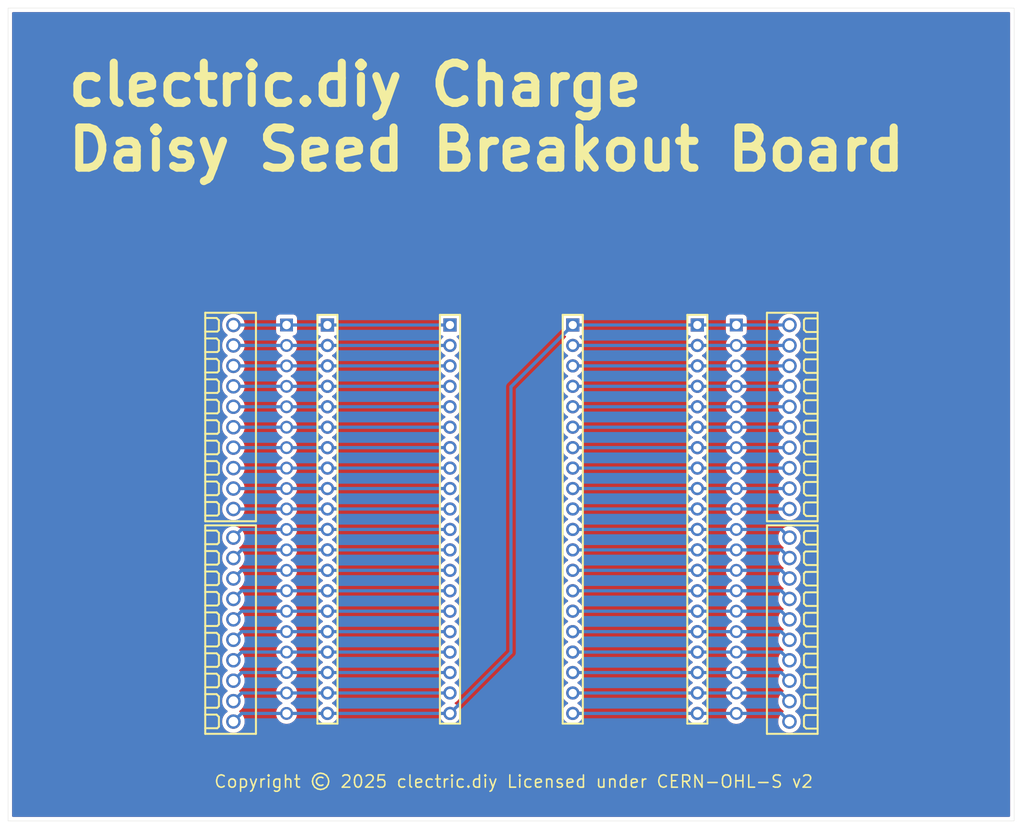
<source format=kicad_pcb>
(kicad_pcb (version 20241229) (generator "pcbnew") (generator_version "9.0")
  (title_block (title "Charge Seed Breakout") (date "2025-10-11") (rev "v0.1") (company "Copyright © 2025 clectric.diy Licensed under CERN-OHL-S v2") (comment 1 "Charles H. Leggett"))
  (layers (0 "F.Cu" signal "Front") (2 "B.Cu" signal "Back") (13 "F.Paste" user) (15 "B.Paste" user) (5 "F.SilkS" user "F.Silkscreen") (7 "B.SilkS" user "B.Silkscreen") (1 "F.Mask" user) (3 "B.Mask" user) (25 "Edge.Cuts" user))
  (net 0 "")
  (net 1 "AGND")
  (net 2 "D2")
  (net 3 "D3")
  (net 4 "D5")
  (net 5 "D6")
  (net 6 "D0")
  (net 7 "D4")
  (net 8 "D9")
  (net 9 "D1")
  (net 10 "D8")
  (net 11 "D7")
  (net 12 "D10")
  (net 13 "D14")
  (net 14 "D12")
  (net 15 "D11")
  (net 16 "D13")
  (net 17 "OUT_0_SIZE")
  (net 18 "IN_1_SIZE")
  (net 19 "IN_0_SIZE")
  (net 20 "OUT_1_SIZE")
  (net 21 "A10{slash}D25")
  (net 22 "D27")
  (net 23 "D30")
  (net 24 "VIN")
  (net 25 "D29")
  (net 26 "A9{slash}D24")
  (net 27 "A11{slash}D28")
  (net 28 "D26")
  (net 29 "3V3_DIGITAL")
  (net 30 "A7{slash}D22")
  (net 31 "A4{slash}D19")
  (net 32 "A1{slash}D16")
  (net 33 "A5{slash}D20")
  (net 34 "A2{slash}D17")
  (net 35 "A8{slash}D23")
  (net 36 "A6{slash}D21")
  (net 37 "3V3_ANALOG")
  (net 38 "A3{slash}D18")
  (net 39 "A0{slash}D15")
  (footprint "easyeda2kicad:HDR-TH_20P-P2.54-V-F-2" (layer "F.Cu") (at 127.058637 101.517679 -90)
    (property "Reference" "U8" (hide yes))
    (property "Value" "2541FV-20P-B" (hide yes))
    (pad "1" thru_hole rect (at -24.13 0 270) (size 1.65 1.65) (drill 1.020013) (layers "*.Cu" "*.Mask") (net 1 "AGND"))
    (pad "2" thru_hole circle (at -21.59 0 270) (size 1.65 1.65) (drill 1.020013) (layers "*.Cu" "*.Mask") (net 20 "OUT_1_SIZE"))
    (pad "3" thru_hole circle (at -19.05 0 270) (size 1.65 1.65) (drill 1.020013) (layers "*.Cu" "*.Mask") (net 17 "OUT_0_SIZE"))
    (pad "4" thru_hole circle (at -16.51 0 270) (size 1.65 1.65) (drill 1.020013) (layers "*.Cu" "*.Mask") (net 18 "IN_1_SIZE"))
    (pad "5" thru_hole circle (at -13.97 0 270) (size 1.65 1.65) (drill 1.020013) (layers "*.Cu" "*.Mask") (net 19 "IN_0_SIZE"))
    (pad "6" thru_hole circle (at -11.43 0 270) (size 1.65 1.65) (drill 1.020013) (layers "*.Cu" "*.Mask") (net 13 "D14"))
    (pad "7" thru_hole circle (at -8.89 0 270) (size 1.65 1.65) (drill 1.020013) (layers "*.Cu" "*.Mask") (net 16 "D13"))
    (pad "8" thru_hole circle (at -6.35 0 270) (size 1.65 1.65) (drill 1.020013) (layers "*.Cu" "*.Mask") (net 14 "D12"))
    (pad "9" thru_hole circle (at -3.81 0 270) (size 1.65 1.65) (drill 1.020013) (layers "*.Cu" "*.Mask") (net 15 "D11"))
    (pad "10" thru_hole circle (at -1.27 0 270) (size 1.65 1.65) (drill 1.020013) (layers "*.Cu" "*.Mask") (net 12 "D10"))
    (pad "11" thru_hole circle (at 1.27 0 270) (size 1.65 1.65) (drill 1.020013) (layers "*.Cu" "*.Mask") (net 8 "D9"))
    (pad "12" thru_hole circle (at 3.81 0 270) (size 1.65 1.65) (drill 1.020013) (layers "*.Cu" "*.Mask") (net 10 "D8"))
    (pad "13" thru_hole circle (at 6.35 0 270) (size 1.65 1.65) (drill 1.020013) (layers "*.Cu" "*.Mask") (net 11 "D7"))
    (pad "14" thru_hole circle (at 8.89 0 270) (size 1.65 1.65) (drill 1.020013) (layers "*.Cu" "*.Mask") (net 5 "D6"))
    (pad "15" thru_hole circle (at 11.43 0 270) (size 1.65 1.65) (drill 1.020013) (layers "*.Cu" "*.Mask") (net 4 "D5"))
    (pad "16" thru_hole circle (at 13.97 0 270) (size 1.65 1.65) (drill 1.020013) (layers "*.Cu" "*.Mask") (net 7 "D4"))
    (pad "17" thru_hole circle (at 16.51 0 270) (size 1.65 1.65) (drill 1.020013) (layers "*.Cu" "*.Mask") (net 3 "D3"))
    (pad "18" thru_hole circle (at 19.05 0 270) (size 1.65 1.65) (drill 1.020013) (layers "*.Cu" "*.Mask") (net 2 "D2"))
    (pad "19" thru_hole circle (at 21.59 0 270) (size 1.65 1.65) (drill 1.020013) (layers "*.Cu" "*.Mask") (net 9 "D1"))
    (pad "20" thru_hole circle (at 24.13 0 270) (size 1.65 1.65) (drill 1.020013) (layers "*.Cu" "*.Mask") (net 6 "D0"))
  )
  (footprint "easyeda2kicad:HDR-TH_20P-P2.54-V-F-2" (layer "F.Cu") (at 142.538637 101.517679 -90)
    (property "Reference" "U7" (hide yes))
    (property "Value" "2541FV-20P-B" (hide yes))
    (pad "1" thru_hole rect (at -24.13 0 270) (size 1.65 1.65) (drill 1.020013) (layers "*.Cu" "*.Mask") (net 1 "AGND"))
    (pad "2" thru_hole circle (at -21.59 0 270) (size 1.65 1.65) (drill 1.020013) (layers "*.Cu" "*.Mask") (net 20 "OUT_1_SIZE"))
    (pad "3" thru_hole circle (at -19.05 0 270) (size 1.65 1.65) (drill 1.020013) (layers "*.Cu" "*.Mask") (net 17 "OUT_0_SIZE"))
    (pad "4" thru_hole circle (at -16.51 0 270) (size 1.65 1.65) (drill 1.020013) (layers "*.Cu" "*.Mask") (net 18 "IN_1_SIZE"))
    (pad "5" thru_hole circle (at -13.97 0 270) (size 1.65 1.65) (drill 1.020013) (layers "*.Cu" "*.Mask") (net 19 "IN_0_SIZE"))
    (pad "6" thru_hole circle (at -11.43 0 270) (size 1.65 1.65) (drill 1.020013) (layers "*.Cu" "*.Mask") (net 13 "D14"))
    (pad "7" thru_hole circle (at -8.89 0 270) (size 1.65 1.65) (drill 1.020013) (layers "*.Cu" "*.Mask") (net 16 "D13"))
    (pad "8" thru_hole circle (at -6.35 0 270) (size 1.65 1.65) (drill 1.020013) (layers "*.Cu" "*.Mask") (net 14 "D12"))
    (pad "9" thru_hole circle (at -3.81 0 270) (size 1.65 1.65) (drill 1.020013) (layers "*.Cu" "*.Mask") (net 15 "D11"))
    (pad "10" thru_hole circle (at -1.27 0 270) (size 1.65 1.65) (drill 1.020013) (layers "*.Cu" "*.Mask") (net 12 "D10"))
    (pad "11" thru_hole circle (at 1.27 0 270) (size 1.65 1.65) (drill 1.020013) (layers "*.Cu" "*.Mask") (net 8 "D9"))
    (pad "12" thru_hole circle (at 3.81 0 270) (size 1.65 1.65) (drill 1.020013) (layers "*.Cu" "*.Mask") (net 10 "D8"))
    (pad "13" thru_hole circle (at 6.35 0 270) (size 1.65 1.65) (drill 1.020013) (layers "*.Cu" "*.Mask") (net 11 "D7"))
    (pad "14" thru_hole circle (at 8.89 0 270) (size 1.65 1.65) (drill 1.020013) (layers "*.Cu" "*.Mask") (net 5 "D6"))
    (pad "15" thru_hole circle (at 11.43 0 270) (size 1.65 1.65) (drill 1.020013) (layers "*.Cu" "*.Mask") (net 4 "D5"))
    (pad "16" thru_hole circle (at 13.97 0 270) (size 1.65 1.65) (drill 1.020013) (layers "*.Cu" "*.Mask") (net 7 "D4"))
    (pad "17" thru_hole circle (at 16.51 0 270) (size 1.65 1.65) (drill 1.020013) (layers "*.Cu" "*.Mask") (net 3 "D3"))
    (pad "18" thru_hole circle (at 19.05 0 270) (size 1.65 1.65) (drill 1.020013) (layers "*.Cu" "*.Mask") (net 2 "D2"))
    (pad "19" thru_hole circle (at 21.59 0 270) (size 1.65 1.65) (drill 1.020013) (layers "*.Cu" "*.Mask") (net 9 "D1"))
    (pad "20" thru_hole circle (at 24.13 0 270) (size 1.65 1.65) (drill 1.020013) (layers "*.Cu" "*.Mask") (net 6 "D0"))
  )
  (footprint "easyeda2kicad:HDR-TH_20P-P2.54-V-M-4" (layer "F.Cu") (at 91.498637 101.517679 -90)
    (property "Reference" "U3" (hide yes))
    (property "Value" "P125-1120A0BS116A1" (hide yes))
    (pad "1" thru_hole rect (at -24.13 0 270) (size 1.6 1.6) (drill 1.049985) (layers "*.Cu" "*.Mask") (net 37 "3V3_ANALOG"))
    (pad "2" thru_hole circle (at -21.59 0 270) (size 1.6 1.6) (drill 1.049985) (layers "*.Cu" "*.Mask") (net 39 "A0{slash}D15"))
    (pad "3" thru_hole circle (at -19.05 0 270) (size 1.6 1.6) (drill 1.049985) (layers "*.Cu" "*.Mask") (net 32 "A1{slash}D16"))
    (pad "4" thru_hole circle (at -16.51 0 270) (size 1.6 1.6) (drill 1.049985) (layers "*.Cu" "*.Mask") (net 34 "A2{slash}D17"))
    (pad "5" thru_hole circle (at -13.97 0 270) (size 1.6 1.6) (drill 1.049985) (layers "*.Cu" "*.Mask") (net 38 "A3{slash}D18"))
    (pad "6" thru_hole circle (at -11.43 0 270) (size 1.6 1.6) (drill 1.049985) (layers "*.Cu" "*.Mask") (net 31 "A4{slash}D19"))
    (pad "7" thru_hole circle (at -8.89 0 270) (size 1.6 1.6) (drill 1.049985) (layers "*.Cu" "*.Mask") (net 33 "A5{slash}D20"))
    (pad "8" thru_hole circle (at -6.35 0 270) (size 1.6 1.6) (drill 1.049985) (layers "*.Cu" "*.Mask") (net 36 "A6{slash}D21"))
    (pad "9" thru_hole circle (at -3.81 0 270) (size 1.6 1.6) (drill 1.049985) (layers "*.Cu" "*.Mask") (net 30 "A7{slash}D22"))
    (pad "10" thru_hole circle (at -1.27 0 270) (size 1.6 1.6) (drill 1.049985) (layers "*.Cu" "*.Mask") (net 35 "A8{slash}D23"))
    (pad "11" thru_hole circle (at 1.27 0 270) (size 1.6 1.6) (drill 1.049985) (layers "*.Cu" "*.Mask") (net 26 "A9{slash}D24"))
    (pad "12" thru_hole circle (at 3.81 0 270) (size 1.6 1.6) (drill 1.049985) (layers "*.Cu" "*.Mask") (net 21 "A10{slash}D25"))
    (pad "13" thru_hole circle (at 6.35 0 270) (size 1.6 1.6) (drill 1.049985) (layers "*.Cu" "*.Mask") (net 28 "D26"))
    (pad "14" thru_hole circle (at 8.89 0 270) (size 1.6 1.6) (drill 1.049985) (layers "*.Cu" "*.Mask") (net 22 "D27"))
    (pad "15" thru_hole circle (at 11.43 0 270) (size 1.6 1.6) (drill 1.049985) (layers "*.Cu" "*.Mask") (net 27 "A11{slash}D28"))
    (pad "16" thru_hole circle (at 13.97 0 270) (size 1.6 1.6) (drill 1.049985) (layers "*.Cu" "*.Mask") (net 25 "D29"))
    (pad "17" thru_hole circle (at 16.51 0 270) (size 1.6 1.6) (drill 1.049985) (layers "*.Cu" "*.Mask") (net 23 "D30"))
    (pad "18" thru_hole circle (at 19.05 0 270) (size 1.6 1.6) (drill 1.049985) (layers "*.Cu" "*.Mask") (net 29 "3V3_DIGITAL"))
    (pad "19" thru_hole circle (at 21.59 0 270) (size 1.6 1.6) (drill 1.049985) (layers "*.Cu" "*.Mask") (net 24 "VIN"))
    (pad "20" thru_hole circle (at 24.13 0 270) (size 1.6 1.6) (drill 1.049985) (layers "*.Cu" "*.Mask") (net 1 "AGND"))
  )
  (footprint "easyeda2kicad:CONN-TH_10P-P2.54_JILN_JL308-25410G01" (layer "F.Cu") (at 84.894637 88.817679 -90)
    (property "Reference" "U1" (hide yes))
    (property "Value" "JL308-25410G01" (hide yes))
    (pad "1" thru_hole circle (at -11.43 0 270) (size 1.8 1.8) (drill 1.199998) (layers "*.Cu" "*.Mask") (net 37 "3V3_ANALOG"))
    (pad "2" thru_hole circle (at -8.89 0 270) (size 1.8 1.8) (drill 1.199998) (layers "*.Cu" "*.Mask") (net 39 "A0{slash}D15"))
    (pad "3" thru_hole circle (at -6.35 0 270) (size 1.8 1.8) (drill 1.199998) (layers "*.Cu" "*.Mask") (net 32 "A1{slash}D16"))
    (pad "4" thru_hole circle (at -3.81 0 270) (size 1.8 1.8) (drill 1.199998) (layers "*.Cu" "*.Mask") (net 34 "A2{slash}D17"))
    (pad "5" thru_hole circle (at -1.27 0 270) (size 1.8 1.8) (drill 1.199998) (layers "*.Cu" "*.Mask") (net 38 "A3{slash}D18"))
    (pad "6" thru_hole circle (at 1.27 0 270) (size 1.8 1.8) (drill 1.199998) (layers "*.Cu" "*.Mask") (net 31 "A4{slash}D19"))
    (pad "7" thru_hole circle (at 3.81 0 270) (size 1.8 1.8) (drill 1.199998) (layers "*.Cu" "*.Mask") (net 33 "A5{slash}D20"))
    (pad "8" thru_hole circle (at 6.35 0 270) (size 1.8 1.8) (drill 1.199998) (layers "*.Cu" "*.Mask") (net 36 "A6{slash}D21"))
    (pad "9" thru_hole circle (at 8.89 0 270) (size 1.8 1.8) (drill 1.199998) (layers "*.Cu" "*.Mask") (net 30 "A7{slash}D22"))
    (pad "10" thru_hole circle (at 11.43 0 270) (size 1.8 1.8) (drill 1.199998) (layers "*.Cu" "*.Mask") (net 35 "A8{slash}D23"))
  )
  (footprint "easyeda2kicad:CONN-TH_10P-P2.54_JILN_JL308-25410G01" (layer "F.Cu") (at 153.982637 88.817679 90)
    (property "Reference" "U9" (hide yes))
    (property "Value" "JL308-25410G01" (hide yes))
    (pad "1" thru_hole circle (at -11.43 0 90) (size 1.8 1.8) (drill 1.199998) (layers "*.Cu" "*.Mask") (net 12 "D10"))
    (pad "2" thru_hole circle (at -8.89 0 90) (size 1.8 1.8) (drill 1.199998) (layers "*.Cu" "*.Mask") (net 15 "D11"))
    (pad "3" thru_hole circle (at -6.35 0 90) (size 1.8 1.8) (drill 1.199998) (layers "*.Cu" "*.Mask") (net 14 "D12"))
    (pad "4" thru_hole circle (at -3.81 0 90) (size 1.8 1.8) (drill 1.199998) (layers "*.Cu" "*.Mask") (net 16 "D13"))
    (pad "5" thru_hole circle (at -1.27 0 90) (size 1.8 1.8) (drill 1.199998) (layers "*.Cu" "*.Mask") (net 13 "D14"))
    (pad "6" thru_hole circle (at 1.27 0 90) (size 1.8 1.8) (drill 1.199998) (layers "*.Cu" "*.Mask") (net 19 "IN_0_SIZE"))
    (pad "7" thru_hole circle (at 3.81 0 90) (size 1.8 1.8) (drill 1.199998) (layers "*.Cu" "*.Mask") (net 18 "IN_1_SIZE"))
    (pad "8" thru_hole circle (at 6.35 0 90) (size 1.8 1.8) (drill 1.199998) (layers "*.Cu" "*.Mask") (net 17 "OUT_0_SIZE"))
    (pad "9" thru_hole circle (at 8.89 0 90) (size 1.8 1.8) (drill 1.199998) (layers "*.Cu" "*.Mask") (net 20 "OUT_1_SIZE"))
    (pad "10" thru_hole circle (at 11.43 0 90) (size 1.8 1.8) (drill 1.199998) (layers "*.Cu" "*.Mask") (net 1 "AGND"))
  )
  (footprint "easyeda2kicad:HDR-TH_20P-P2.54-V-M-4" (layer "F.Cu") (at 147.378637 101.517679 -90)
    (property "Reference" "U6" (hide yes))
    (property "Value" "P125-1120A0BS116A1" (hide yes))
    (pad "1" thru_hole rect (at -24.13 0 270) (size 1.6 1.6) (drill 1.049985) (layers "*.Cu" "*.Mask") (net 1 "AGND"))
    (pad "2" thru_hole circle (at -21.59 0 270) (size 1.6 1.6) (drill 1.049985) (layers "*.Cu" "*.Mask") (net 20 "OUT_1_SIZE"))
    (pad "3" thru_hole circle (at -19.05 0 270) (size 1.6 1.6) (drill 1.049985) (layers "*.Cu" "*.Mask") (net 17 "OUT_0_SIZE"))
    (pad "4" thru_hole circle (at -16.51 0 270) (size 1.6 1.6) (drill 1.049985) (layers "*.Cu" "*.Mask") (net 18 "IN_1_SIZE"))
    (pad "5" thru_hole circle (at -13.97 0 270) (size 1.6 1.6) (drill 1.049985) (layers "*.Cu" "*.Mask") (net 19 "IN_0_SIZE"))
    (pad "6" thru_hole circle (at -11.43 0 270) (size 1.6 1.6) (drill 1.049985) (layers "*.Cu" "*.Mask") (net 13 "D14"))
    (pad "7" thru_hole circle (at -8.89 0 270) (size 1.6 1.6) (drill 1.049985) (layers "*.Cu" "*.Mask") (net 16 "D13"))
    (pad "8" thru_hole circle (at -6.35 0 270) (size 1.6 1.6) (drill 1.049985) (layers "*.Cu" "*.Mask") (net 14 "D12"))
    (pad "9" thru_hole circle (at -3.81 0 270) (size 1.6 1.6) (drill 1.049985) (layers "*.Cu" "*.Mask") (net 15 "D11"))
    (pad "10" thru_hole circle (at -1.27 0 270) (size 1.6 1.6) (drill 1.049985) (layers "*.Cu" "*.Mask") (net 12 "D10"))
    (pad "11" thru_hole circle (at 1.27 0 270) (size 1.6 1.6) (drill 1.049985) (layers "*.Cu" "*.Mask") (net 8 "D9"))
    (pad "12" thru_hole circle (at 3.81 0 270) (size 1.6 1.6) (drill 1.049985) (layers "*.Cu" "*.Mask") (net 10 "D8"))
    (pad "13" thru_hole circle (at 6.35 0 270) (size 1.6 1.6) (drill 1.049985) (layers "*.Cu" "*.Mask") (net 11 "D7"))
    (pad "14" thru_hole circle (at 8.89 0 270) (size 1.6 1.6) (drill 1.049985) (layers "*.Cu" "*.Mask") (net 5 "D6"))
    (pad "15" thru_hole circle (at 11.43 0 270) (size 1.6 1.6) (drill 1.049985) (layers "*.Cu" "*.Mask") (net 4 "D5"))
    (pad "16" thru_hole circle (at 13.97 0 270) (size 1.6 1.6) (drill 1.049985) (layers "*.Cu" "*.Mask") (net 7 "D4"))
    (pad "17" thru_hole circle (at 16.51 0 270) (size 1.6 1.6) (drill 1.049985) (layers "*.Cu" "*.Mask") (net 3 "D3"))
    (pad "18" thru_hole circle (at 19.05 0 270) (size 1.6 1.6) (drill 1.049985) (layers "*.Cu" "*.Mask") (net 2 "D2"))
    (pad "19" thru_hole circle (at 21.59 0 270) (size 1.6 1.6) (drill 1.049985) (layers "*.Cu" "*.Mask") (net 9 "D1"))
    (pad "20" thru_hole circle (at 24.13 0 270) (size 1.6 1.6) (drill 1.049985) (layers "*.Cu" "*.Mask") (net 6 "D0"))
  )
  (footprint "easyeda2kicad:CONN-TH_10P-P2.54_JILN_JL308-25410G01" (layer "F.Cu") (at 84.894637 115.233679 -90)
    (property "Reference" "U2" (hide yes))
    (property "Value" "JL308-25410G01" (hide yes))
    (pad "1" thru_hole circle (at -11.43 0 270) (size 1.8 1.8) (drill 1.199998) (layers "*.Cu" "*.Mask") (net 26 "A9{slash}D24"))
    (pad "2" thru_hole circle (at -8.89 0 270) (size 1.8 1.8) (drill 1.199998) (layers "*.Cu" "*.Mask") (net 21 "A10{slash}D25"))
    (pad "3" thru_hole circle (at -6.35 0 270) (size 1.8 1.8) (drill 1.199998) (layers "*.Cu" "*.Mask") (net 28 "D26"))
    (pad "4" thru_hole circle (at -3.81 0 270) (size 1.8 1.8) (drill 1.199998) (layers "*.Cu" "*.Mask") (net 22 "D27"))
    (pad "5" thru_hole circle (at -1.27 0 270) (size 1.8 1.8) (drill 1.199998) (layers "*.Cu" "*.Mask") (net 27 "A11{slash}D28"))
    (pad "6" thru_hole circle (at 1.27 0 270) (size 1.8 1.8) (drill 1.199998) (layers "*.Cu" "*.Mask") (net 25 "D29"))
    (pad "7" thru_hole circle (at 3.81 0 270) (size 1.8 1.8) (drill 1.199998) (layers "*.Cu" "*.Mask") (net 23 "D30"))
    (pad "8" thru_hole circle (at 6.35 0 270) (size 1.8 1.8) (drill 1.199998) (layers "*.Cu" "*.Mask") (net 29 "3V3_DIGITAL"))
    (pad "9" thru_hole circle (at 8.89 0 270) (size 1.8 1.8) (drill 1.199998) (layers "*.Cu" "*.Mask") (net 24 "VIN"))
    (pad "10" thru_hole circle (at 11.43 0 270) (size 1.8 1.8) (drill 1.199998) (layers "*.Cu" "*.Mask") (net 1 "AGND"))
  )
  (footprint "easyeda2kicad:CONN-TH_10P-P2.54_JILN_JL308-25410G01" (layer "F.Cu") (at 153.982637 115.233679 90)
    (property "Reference" "U10" (hide yes))
    (property "Value" "JL308-25410G01" (hide yes))
    (pad "1" thru_hole circle (at -11.43 0 90) (size 1.8 1.8) (drill 1.199998) (layers "*.Cu" "*.Mask") (net 6 "D0"))
    (pad "2" thru_hole circle (at -8.89 0 90) (size 1.8 1.8) (drill 1.199998) (layers "*.Cu" "*.Mask") (net 9 "D1"))
    (pad "3" thru_hole circle (at -6.35 0 90) (size 1.8 1.8) (drill 1.199998) (layers "*.Cu" "*.Mask") (net 2 "D2"))
    (pad "4" thru_hole circle (at -3.81 0 90) (size 1.8 1.8) (drill 1.199998) (layers "*.Cu" "*.Mask") (net 3 "D3"))
    (pad "5" thru_hole circle (at -1.27 0 90) (size 1.8 1.8) (drill 1.199998) (layers "*.Cu" "*.Mask") (net 7 "D4"))
    (pad "6" thru_hole circle (at 1.27 0 90) (size 1.8 1.8) (drill 1.199998) (layers "*.Cu" "*.Mask") (net 4 "D5"))
    (pad "7" thru_hole circle (at 3.81 0 90) (size 1.8 1.8) (drill 1.199998) (layers "*.Cu" "*.Mask") (net 5 "D6"))
    (pad "8" thru_hole circle (at 6.35 0 90) (size 1.8 1.8) (drill 1.199998) (layers "*.Cu" "*.Mask") (net 11 "D7"))
    (pad "9" thru_hole circle (at 8.89 0 90) (size 1.8 1.8) (drill 1.199998) (layers "*.Cu" "*.Mask") (net 10 "D8"))
    (pad "10" thru_hole circle (at 11.43 0 90) (size 1.8 1.8) (drill 1.199998) (layers "*.Cu" "*.Mask") (net 8 "D9"))
  )
  (footprint "easyeda2kicad:HDR-TH_20P-P2.54-V-F-2" (layer "F.Cu") (at 111.804637 101.517679 -90)
    (property "Reference" "U4" (hide yes))
    (property "Value" "2541FV-20P-B" (hide yes))
    (pad "1" thru_hole rect (at -24.13 0 270) (size 1.65 1.65) (drill 1.020013) (layers "*.Cu" "*.Mask") (net 37 "3V3_ANALOG"))
    (pad "2" thru_hole circle (at -21.59 0 270) (size 1.65 1.65) (drill 1.020013) (layers "*.Cu" "*.Mask") (net 39 "A0{slash}D15"))
    (pad "3" thru_hole circle (at -19.05 0 270) (size 1.65 1.65) (drill 1.020013) (layers "*.Cu" "*.Mask") (net 32 "A1{slash}D16"))
    (pad "4" thru_hole circle (at -16.51 0 270) (size 1.65 1.65) (drill 1.020013) (layers "*.Cu" "*.Mask") (net 34 "A2{slash}D17"))
    (pad "5" thru_hole circle (at -13.97 0 270) (size 1.65 1.65) (drill 1.020013) (layers "*.Cu" "*.Mask") (net 38 "A3{slash}D18"))
    (pad "6" thru_hole circle (at -11.43 0 270) (size 1.65 1.65) (drill 1.020013) (layers "*.Cu" "*.Mask") (net 31 "A4{slash}D19"))
    (pad "7" thru_hole circle (at -8.89 0 270) (size 1.65 1.65) (drill 1.020013) (layers "*.Cu" "*.Mask") (net 33 "A5{slash}D20"))
    (pad "8" thru_hole circle (at -6.35 0 270) (size 1.65 1.65) (drill 1.020013) (layers "*.Cu" "*.Mask") (net 36 "A6{slash}D21"))
    (pad "9" thru_hole circle (at -3.81 0 270) (size 1.65 1.65) (drill 1.020013) (layers "*.Cu" "*.Mask") (net 30 "A7{slash}D22"))
    (pad "10" thru_hole circle (at -1.27 0 270) (size 1.65 1.65) (drill 1.020013) (layers "*.Cu" "*.Mask") (net 35 "A8{slash}D23"))
    (pad "11" thru_hole circle (at 1.27 0 270) (size 1.65 1.65) (drill 1.020013) (layers "*.Cu" "*.Mask") (net 26 "A9{slash}D24"))
    (pad "12" thru_hole circle (at 3.81 0 270) (size 1.65 1.65) (drill 1.020013) (layers "*.Cu" "*.Mask") (net 21 "A10{slash}D25"))
    (pad "13" thru_hole circle (at 6.35 0 270) (size 1.65 1.65) (drill 1.020013) (layers "*.Cu" "*.Mask") (net 28 "D26"))
    (pad "14" thru_hole circle (at 8.89 0 270) (size 1.65 1.65) (drill 1.020013) (layers "*.Cu" "*.Mask") (net 22 "D27"))
    (pad "15" thru_hole circle (at 11.43 0 270) (size 1.65 1.65) (drill 1.020013) (layers "*.Cu" "*.Mask") (net 27 "A11{slash}D28"))
    (pad "16" thru_hole circle (at 13.97 0 270) (size 1.65 1.65) (drill 1.020013) (layers "*.Cu" "*.Mask") (net 25 "D29"))
    (pad "17" thru_hole circle (at 16.51 0 270) (size 1.65 1.65) (drill 1.020013) (layers "*.Cu" "*.Mask") (net 23 "D30"))
    (pad "18" thru_hole circle (at 19.05 0 270) (size 1.65 1.65) (drill 1.020013) (layers "*.Cu" "*.Mask") (net 29 "3V3_DIGITAL"))
    (pad "19" thru_hole circle (at 21.59 0 270) (size 1.65 1.65) (drill 1.020013) (layers "*.Cu" "*.Mask") (net 24 "VIN"))
    (pad "20" thru_hole circle (at 24.13 0 270) (size 1.65 1.65) (drill 1.020013) (layers "*.Cu" "*.Mask") (net 1 "AGND"))
  )
  (footprint "easyeda2kicad:HDR-TH_20P-P2.54-V-F-2" (layer "F.Cu") (at 96.578637 101.517679 -90)
    (property "Reference" "U5" (hide yes))
    (property "Value" "2541FV-20P-B" (hide yes))
    (pad "1" thru_hole rect (at -24.13 0 270) (size 1.65 1.65) (drill 1.020013) (layers "*.Cu" "*.Mask") (net 37 "3V3_ANALOG"))
    (pad "2" thru_hole circle (at -21.59 0 270) (size 1.65 1.65) (drill 1.020013) (layers "*.Cu" "*.Mask") (net 39 "A0{slash}D15"))
    (pad "3" thru_hole circle (at -19.05 0 270) (size 1.65 1.65) (drill 1.020013) (layers "*.Cu" "*.Mask") (net 32 "A1{slash}D16"))
    (pad "4" thru_hole circle (at -16.51 0 270) (size 1.65 1.65) (drill 1.020013) (layers "*.Cu" "*.Mask") (net 34 "A2{slash}D17"))
    (pad "5" thru_hole circle (at -13.97 0 270) (size 1.65 1.65) (drill 1.020013) (layers "*.Cu" "*.Mask") (net 38 "A3{slash}D18"))
    (pad "6" thru_hole circle (at -11.43 0 270) (size 1.65 1.65) (drill 1.020013) (layers "*.Cu" "*.Mask") (net 31 "A4{slash}D19"))
    (pad "7" thru_hole circle (at -8.89 0 270) (size 1.65 1.65) (drill 1.020013) (layers "*.Cu" "*.Mask") (net 33 "A5{slash}D20"))
    (pad "8" thru_hole circle (at -6.35 0 270) (size 1.65 1.65) (drill 1.020013) (layers "*.Cu" "*.Mask") (net 36 "A6{slash}D21"))
    (pad "9" thru_hole circle (at -3.81 0 270) (size 1.65 1.65) (drill 1.020013) (layers "*.Cu" "*.Mask") (net 30 "A7{slash}D22"))
    (pad "10" thru_hole circle (at -1.27 0 270) (size 1.65 1.65) (drill 1.020013) (layers "*.Cu" "*.Mask") (net 35 "A8{slash}D23"))
    (pad "11" thru_hole circle (at 1.27 0 270) (size 1.65 1.65) (drill 1.020013) (layers "*.Cu" "*.Mask") (net 26 "A9{slash}D24"))
    (pad "12" thru_hole circle (at 3.81 0 270) (size 1.65 1.65) (drill 1.020013) (layers "*.Cu" "*.Mask") (net 21 "A10{slash}D25"))
    (pad "13" thru_hole circle (at 6.35 0 270) (size 1.65 1.65) (drill 1.020013) (layers "*.Cu" "*.Mask") (net 28 "D26"))
    (pad "14" thru_hole circle (at 8.89 0 270) (size 1.65 1.65) (drill 1.020013) (layers "*.Cu" "*.Mask") (net 22 "D27"))
    (pad "15" thru_hole circle (at 11.43 0 270) (size 1.65 1.65) (drill 1.020013) (layers "*.Cu" "*.Mask") (net 27 "A11{slash}D28"))
    (pad "16" thru_hole circle (at 13.97 0 270) (size 1.65 1.65) (drill 1.020013) (layers "*.Cu" "*.Mask") (net 25 "D29"))
    (pad "17" thru_hole circle (at 16.51 0 270) (size 1.65 1.65) (drill 1.020013) (layers "*.Cu" "*.Mask") (net 23 "D30"))
    (pad "18" thru_hole circle (at 19.05 0 270) (size 1.65 1.65) (drill 1.020013) (layers "*.Cu" "*.Mask") (net 29 "3V3_DIGITAL"))
    (pad "19" thru_hole circle (at 21.59 0 270) (size 1.65 1.65) (drill 1.020013) (layers "*.Cu" "*.Mask") (net 24 "VIN"))
    (pad "20" thru_hole circle (at 24.13 0 270) (size 1.65 1.65) (drill 1.020013) (layers "*.Cu" "*.Mask") (net 1 "AGND"))
  )
  (gr_rect (start 56.894637 38.007679) (end 181.894637 139.007679) (stroke (width 0.0381)) (fill no) (layer "Edge.Cuts"))
  (gr_text "Copyright © 2025 clectric.diy Licensed under CERN-OHL-S v2" (at 82.394637 135.007679 0) (layer "F.SilkS") (effects (font (size 1.524 1.524) (thickness 0.1905)) (justify left bottom)))
  (gr_text "clectric.diy Charge\nDaisy Seed Breakout Board" (at 63.894637 58.507679 0) (layer "F.SilkS") (effects (font (size 5 5) (thickness 1) (bold yes)) (justify left bottom)))
  (segment (start 147.378637 77.387679) (end 142.538637 77.387679) (width 0.4) (layer "B.Cu") (net 1))
  (segment (start 96.578637 125.647679) (end 91.498637 125.647679) (width 0.4) (layer "B.Cu") (net 1))
  (segment (start 142.538637 77.387679) (end 127.058637 77.387679) (width 0.4) (layer "B.Cu") (net 1))
  (segment (start 153.982637 77.387679) (end 147.378637 77.387679) (width 0.4) (layer "B.Cu") (net 1))
  (segment (start 119.378637 118.073679) (end 111.804637 125.647679) (width 0.4) (layer "B.Cu") (net 1))
  (segment (start 111.804637 125.647679) (end 96.578637 125.647679) (width 0.4) (layer "B.Cu") (net 1))
  (segment (start 119.378637 85.067679) (end 119.378637 118.073679) (width 0.4) (layer "B.Cu") (net 1))
  (segment (start 85.910637 125.647679) (end 84.894637 126.663679) (width 0.4) (layer "B.Cu") (net 1))
  (segment (start 127.058637 77.387679) (end 119.378637 85.067679) (width 0.4) (layer "B.Cu") (net 1))
  (segment (start 91.498637 125.647679) (end 85.910637 125.647679) (width 0.4) (layer "B.Cu") (net 1))
  (segment (start 142.538637 120.567679) (end 127.058637 120.567679) (width 0.4) (layer "B.Cu") (net 2))
  (segment (start 147.378637 120.567679) (end 152.966637 120.567679) (width 0.4) (layer "B.Cu") (net 2))
  (segment (start 152.966637 120.567679) (end 153.982637 121.583679) (width 0.4) (layer "B.Cu") (net 2))
  (segment (start 142.538637 120.567679) (end 147.378637 120.567679) (width 0.4) (layer "B.Cu") (net 2))
  (segment (start 142.538637 118.027679) (end 147.378637 118.027679) (width 0.4) (layer "B.Cu") (net 3))
  (segment (start 147.378637 118.027679) (end 152.966637 118.027679) (width 0.4) (layer "B.Cu") (net 3))
  (segment (start 152.966637 118.027679) (end 153.982637 119.043679) (width 0.4) (layer "B.Cu") (net 3))
  (segment (start 127.058637 118.027679) (end 142.538637 118.027679) (width 0.4) (layer "B.Cu") (net 3))
  (segment (start 152.966637 112.947679) (end 153.982637 113.963679) (width 0.4) (layer "B.Cu") (net 4))
  (segment (start 127.058637 112.947679) (end 142.538637 112.947679) (width 0.4) (layer "B.Cu") (net 4))
  (segment (start 147.378637 112.947679) (end 152.966637 112.947679) (width 0.4) (layer "B.Cu") (net 4))
  (segment (start 142.538637 112.947679) (end 147.378637 112.947679) (width 0.4) (layer "B.Cu") (net 4))
  (segment (start 142.538637 110.407679) (end 147.378637 110.407679) (width 0.4) (layer "B.Cu") (net 5))
  (segment (start 152.966637 110.407679) (end 153.982637 111.423679) (width 0.4) (layer "B.Cu") (net 5))
  (segment (start 142.538637 110.407679) (end 127.058637 110.407679) (width 0.4) (layer "B.Cu") (net 5))
  (segment (start 147.378637 110.407679) (end 152.966637 110.407679) (width 0.4) (layer "B.Cu") (net 5))
  (segment (start 153.982637 126.663679) (end 152.966637 125.647679) (width 0.4) (layer "B.Cu") (net 6))
  (segment (start 152.966637 125.647679) (end 147.378637 125.647679) (width 0.4) (layer "B.Cu") (net 6))
  (segment (start 147.378637 125.647679) (end 142.538637 125.647679) (width 0.4) (layer "B.Cu") (net 6))
  (segment (start 142.538637 125.647679) (end 127.058637 125.647679) (width 0.4) (layer "B.Cu") (net 6))
  (segment (start 142.538637 115.487679) (end 147.378637 115.487679) (width 0.4) (layer "B.Cu") (net 7))
  (segment (start 142.538637 115.487679) (end 127.058637 115.487679) (width 0.4) (layer "B.Cu") (net 7))
  (segment (start 147.378637 115.487679) (end 152.966637 115.487679) (width 0.4) (layer "B.Cu") (net 7))
  (segment (start 152.966637 115.487679) (end 153.982637 116.503679) (width 0.4) (layer "B.Cu") (net 7))
  (segment (start 142.538637 102.787679) (end 147.378637 102.787679) (width 0.4) (layer "B.Cu") (net 8))
  (segment (start 147.378637 102.787679) (end 152.966637 102.787679) (width 0.4) (layer "B.Cu") (net 8))
  (segment (start 152.966637 102.787679) (end 153.982637 103.803679) (width 0.4) (layer "B.Cu") (net 8))
  (segment (start 142.538637 102.787679) (end 127.058637 102.787679) (width 0.4) (layer "B.Cu") (net 8))
  (segment (start 152.966637 123.107679) (end 153.982637 124.123679) (width 0.4) (layer "B.Cu") (net 9))
  (segment (start 127.058637 123.107679) (end 142.538637 123.107679) (width 0.4) (layer "B.Cu") (net 9))
  (segment (start 147.378637 123.107679) (end 152.966637 123.107679) (width 0.4) (layer "B.Cu") (net 9))
  (segment (start 142.538637 123.107679) (end 147.378637 123.107679) (width 0.4) (layer "B.Cu") (net 9))
  (segment (start 142.538637 105.327679) (end 147.378637 105.327679) (width 0.4) (layer "B.Cu") (net 10))
  (segment (start 127.058637 105.327679) (end 142.538637 105.327679) (width 0.4) (layer "B.Cu") (net 10))
  (segment (start 152.966637 105.327679) (end 153.982637 106.343679) (width 0.4) (layer "B.Cu") (net 10))
  (segment (start 147.378637 105.327679) (end 152.966637 105.327679) (width 0.4) (layer "B.Cu") (net 10))
  (segment (start 142.538637 107.867679) (end 147.378637 107.867679) (width 0.4) (layer "B.Cu") (net 11))
  (segment (start 127.058637 107.867679) (end 142.538637 107.867679) (width 0.4) (layer "B.Cu") (net 11))
  (segment (start 147.378637 107.867679) (end 152.966637 107.867679) (width 0.4) (layer "B.Cu") (net 11))
  (segment (start 152.966637 107.867679) (end 153.982637 108.883679) (width 0.4) (layer "B.Cu") (net 11))
  (segment (start 147.378637 100.247679) (end 153.982637 100.247679) (width 0.4) (layer "B.Cu") (net 12))
  (segment (start 142.538637 100.247679) (end 147.378637 100.247679) (width 0.4) (layer "B.Cu") (net 12))
  (segment (start 127.058637 100.247679) (end 142.538637 100.247679) (width 0.4) (layer "B.Cu") (net 12))
  (segment (start 127.058637 90.087679) (end 142.538637 90.087679) (width 0.4) (layer "B.Cu") (net 13))
  (segment (start 153.982637 90.087679) (end 147.378637 90.087679) (width 0.4) (layer "B.Cu") (net 13))
  (segment (start 147.378637 90.087679) (end 142.538637 90.087679) (width 0.4) (layer "B.Cu") (net 13))
  (segment (start 142.538637 95.167679) (end 147.378637 95.167679) (width 0.4) (layer "B.Cu") (net 14))
  (segment (start 147.378637 95.167679) (end 153.982637 95.167679) (width 0.4) (layer "B.Cu") (net 14))
  (segment (start 127.058637 95.167679) (end 142.538637 95.167679) (width 0.4) (layer "B.Cu") (net 14))
  (segment (start 147.378637 97.707679) (end 153.982637 97.707679) (width 0.4) (layer "B.Cu") (net 15))
  (segment (start 142.538637 97.707679) (end 127.058637 97.707679) (width 0.4) (layer "B.Cu") (net 15))
  (segment (start 142.538637 97.707679) (end 147.378637 97.707679) (width 0.4) (layer "B.Cu") (net 15))
  (segment (start 142.538637 92.627679) (end 127.058637 92.627679) (width 0.4) (layer "B.Cu") (net 16))
  (segment (start 147.378637 92.627679) (end 142.538637 92.627679) (width 0.4) (layer "B.Cu") (net 16))
  (segment (start 147.378637 92.627679) (end 153.982637 92.627679) (width 0.4) (layer "B.Cu") (net 16))
  (segment (start 147.378637 82.467679) (end 142.538637 82.467679) (width 0.4) (layer "B.Cu") (net 17))
  (segment (start 142.538637 82.467679) (end 127.058637 82.467679) (width 0.4) (layer "B.Cu") (net 17))
  (segment (start 147.378637 82.467679) (end 153.982637 82.467679) (width 0.4) (layer "B.Cu") (net 17))
  (segment (start 127.058637 85.007679) (end 142.538637 85.007679) (width 0.4) (layer "B.Cu") (net 18))
  (segment (start 153.982637 85.007679) (end 147.378637 85.007679) (width 0.4) (layer "B.Cu") (net 18))
  (segment (start 147.378637 85.007679) (end 142.538637 85.007679) (width 0.4) (layer "B.Cu") (net 18))
  (segment (start 147.378637 87.547679) (end 142.538637 87.547679) (width 0.4) (layer "B.Cu") (net 19))
  (segment (start 147.378637 87.547679) (end 153.982637 87.547679) (width 0.4) (layer "B.Cu") (net 19))
  (segment (start 142.538637 87.547679) (end 127.058637 87.547679) (width 0.4) (layer "B.Cu") (net 19))
  (segment (start 153.982637 79.927679) (end 147.378637 79.927679) (width 0.4) (layer "B.Cu") (net 20))
  (segment (start 127.058637 79.927679) (end 142.538637 79.927679) (width 0.4) (layer "B.Cu") (net 20))
  (segment (start 147.378637 79.927679) (end 142.538637 79.927679) (width 0.4) (layer "B.Cu") (net 20))
  (segment (start 96.578637 105.327679) (end 91.498637 105.327679) (width 0.4) (layer "B.Cu") (net 21))
  (segment (start 111.804637 105.327679) (end 96.578637 105.327679) (width 0.4) (layer "B.Cu") (net 21))
  (segment (start 91.498637 105.327679) (end 85.910637 105.327679) (width 0.4) (layer "B.Cu") (net 21))
  (segment (start 85.910637 105.327679) (end 84.894637 106.343679) (width 0.4) (layer "B.Cu") (net 21))
  (segment (start 91.498637 110.407679) (end 85.910637 110.407679) (width 0.4) (layer "B.Cu") (net 22))
  (segment (start 85.910637 110.407679) (end 84.894637 111.423679) (width 0.4) (layer "B.Cu") (net 22))
  (segment (start 111.804637 110.407679) (end 96.578637 110.407679) (width 0.4) (layer "B.Cu") (net 22))
  (segment (start 96.578637 110.407679) (end 91.498637 110.407679) (width 0.4) (layer "B.Cu") (net 22))
  (segment (start 85.910637 118.027679) (end 84.894637 119.043679) (width 0.4) (layer "B.Cu") (net 23))
  (segment (start 96.578637 118.027679) (end 91.498637 118.027679) (width 0.4) (layer "B.Cu") (net 23))
  (segment (start 91.498637 118.027679) (end 85.910637 118.027679) (width 0.4) (layer "B.Cu") (net 23))
  (segment (start 96.578637 118.027679) (end 111.804637 118.027679) (width 0.4) (layer "B.Cu") (net 23))
  (segment (start 85.910637 123.107679) (end 91.498637 123.107679) (width 0.4) (layer "B.Cu") (net 24))
  (segment (start 84.894637 124.123679) (end 85.910637 123.107679) (width 0.4) (layer "B.Cu") (net 24))
  (segment (start 111.804637 123.107679) (end 96.578637 123.107679) (width 0.4) (layer "B.Cu") (net 24))
  (segment (start 96.578637 123.107679) (end 91.498637 123.107679) (width 0.4) (layer "B.Cu") (net 24))
  (segment (start 85.910637 115.487679) (end 84.894637 116.503679) (width 0.4) (layer "B.Cu") (net 25))
  (segment (start 91.498637 115.487679) (end 85.910637 115.487679) (width 0.4) (layer "B.Cu") (net 25))
  (segment (start 111.804637 115.487679) (end 96.578637 115.487679) (width 0.4) (layer "B.Cu") (net 25))
  (segment (start 96.578637 115.487679) (end 91.498637 115.487679) (width 0.4) (layer "B.Cu") (net 25))
  (segment (start 96.578637 102.787679) (end 111.804637 102.787679) (width 0.4) (layer "B.Cu") (net 26))
  (segment (start 91.498637 102.787679) (end 85.910637 102.787679) (width 0.4) (layer "B.Cu") (net 26))
  (segment (start 85.910637 102.787679) (end 84.894637 103.803679) (width 0.4) (layer "B.Cu") (net 26))
  (segment (start 96.578637 102.787679) (end 91.498637 102.787679) (width 0.4) (layer "B.Cu") (net 26))
  (segment (start 91.498637 112.947679) (end 85.910637 112.947679) (width 0.4) (layer "B.Cu") (net 27))
  (segment (start 85.910637 112.947679) (end 84.894637 113.963679) (width 0.4) (layer "B.Cu") (net 27))
  (segment (start 96.578637 112.947679) (end 91.498637 112.947679) (width 0.4) (layer "B.Cu") (net 27))
  (segment (start 96.578637 112.947679) (end 111.804637 112.947679) (width 0.4) (layer "B.Cu") (net 27))
  (segment (start 96.578637 107.867679) (end 111.804637 107.867679) (width 0.4) (layer "B.Cu") (net 28))
  (segment (start 85.910637 107.867679) (end 84.894637 108.883679) (width 0.4) (layer "B.Cu") (net 28))
  (segment (start 96.578637 107.867679) (end 91.498637 107.867679) (width 0.4) (layer "B.Cu") (net 28))
  (segment (start 91.498637 107.867679) (end 85.910637 107.867679) (width 0.4) (layer "B.Cu") (net 28))
  (segment (start 111.804637 120.567679) (end 96.578637 120.567679) (width 0.4) (layer "B.Cu") (net 29))
  (segment (start 96.578637 120.567679) (end 91.498637 120.567679) (width 0.4) (layer "B.Cu") (net 29))
  (segment (start 85.910637 120.567679) (end 84.894637 121.583679) (width 0.4) (layer "B.Cu") (net 29))
  (segment (start 91.498637 120.567679) (end 85.910637 120.567679) (width 0.4) (layer "B.Cu") (net 29))
  (segment (start 91.498637 97.707679) (end 84.894637 97.707679) (width 0.4) (layer "B.Cu") (net 30))
  (segment (start 96.578637 97.707679) (end 111.804637 97.707679) (width 0.4) (layer "B.Cu") (net 30))
  (segment (start 96.578637 97.707679) (end 91.498637 97.707679) (width 0.4) (layer "B.Cu") (net 30))
  (segment (start 111.804637 90.087679) (end 96.578637 90.087679) (width 0.4) (layer "B.Cu") (net 31))
  (segment (start 91.498637 90.087679) (end 84.894637 90.087679) (width 0.4) (layer "B.Cu") (net 31))
  (segment (start 96.578637 90.087679) (end 91.498637 90.087679) (width 0.4) (layer "B.Cu") (net 31))
  (segment (start 96.578637 82.467679) (end 91.498637 82.467679) (width 0.4) (layer "B.Cu") (net 32))
  (segment (start 84.894637 82.467679) (end 91.498637 82.467679) (width 0.4) (layer "B.Cu") (net 32))
  (segment (start 96.578637 82.467679) (end 111.804637 82.467679) (width 0.4) (layer "B.Cu") (net 32))
  (segment (start 84.894637 92.627679) (end 91.498637 92.627679) (width 0.4) (layer "B.Cu") (net 33))
  (segment (start 96.578637 92.627679) (end 91.498637 92.627679) (width 0.4) (layer "B.Cu") (net 33))
  (segment (start 96.578637 92.627679) (end 111.804637 92.627679) (width 0.4) (layer "B.Cu") (net 33))
  (segment (start 91.498637 85.007679) (end 84.894637 85.007679) (width 0.4) (layer "B.Cu") (net 34))
  (segment (start 96.578637 85.007679) (end 91.498637 85.007679) (width 0.4) (layer "B.Cu") (net 34))
  (segment (start 111.804637 85.007679) (end 96.578637 85.007679) (width 0.4) (layer "B.Cu") (net 34))
  (segment (start 96.578637 100.247679) (end 91.498637 100.247679) (width 0.4) (layer "B.Cu") (net 35))
  (segment (start 91.498637 100.247679) (end 84.894637 100.247679) (width 0.4) (layer "B.Cu") (net 35))
  (segment (start 111.804637 100.247679) (end 96.578637 100.247679) (width 0.4) (layer "B.Cu") (net 35))
  (segment (start 111.804637 95.167679) (end 96.578637 95.167679) (width 0.4) (layer "B.Cu") (net 36))
  (segment (start 96.578637 95.167679) (end 91.498637 95.167679) (width 0.4) (layer "B.Cu") (net 36))
  (segment (start 91.498637 95.167679) (end 84.894637 95.167679) (width 0.4) (layer "B.Cu") (net 36))
  (segment (start 84.894637 77.387679) (end 91.498637 77.387679) (width 0.4) (layer "B.Cu") (net 37))
  (segment (start 96.578637 77.387679) (end 91.498637 77.387679) (width 0.4) (layer "B.Cu") (net 37))
  (segment (start 96.578637 77.387679) (end 111.804637 77.387679) (width 0.4) (layer "B.Cu") (net 37))
  (segment (start 96.578637 87.547679) (end 91.498637 87.547679) (width 0.4) (layer "B.Cu") (net 38))
  (segment (start 96.578637 87.547679) (end 111.804637 87.547679) (width 0.4) (layer "B.Cu") (net 38))
  (segment (start 84.894637 87.547679) (end 91.498637 87.547679) (width 0.4) (layer "B.Cu") (net 38))
  (segment (start 91.498637 79.927679) (end 84.894637 79.927679) (width 0.4) (layer "B.Cu") (net 39))
  (segment (start 96.578637 79.927679) (end 91.498637 79.927679) (width 0.4) (layer "B.Cu") (net 39))
  (segment (start 111.804637 79.927679) (end 96.578637 79.927679) (width 0.4) (layer "B.Cu") (net 39))
  (zone (net 0) (net_name "") (layers "F.Cu" "B.Cu") (connect_pads (clearance 0.5)) (min_thickness 0.25) (fill yes (thermal_gap 0.5) (thermal_bridge_width 0.5) (island_removal_mode 1) (island_area_min 10))
    (polygon (pts (xy 182.950604 37.063646) (xy 183.126692 140.239734) (xy 55.894637 140.007679) (xy 55.894637 37.007679)))
  )
)
</source>
